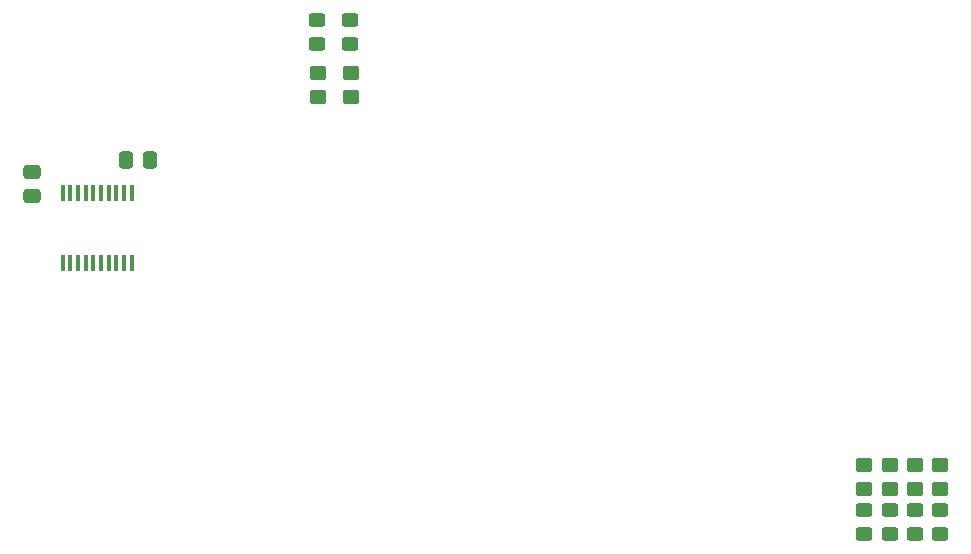
<source format=gbr>
%TF.GenerationSoftware,KiCad,Pcbnew,8.0.0*%
%TF.CreationDate,2024-03-26T17:27:08+01:00*%
%TF.ProjectId,som-exp-host,736f6d2d-6578-4702-9d68-6f73742e6b69,rev?*%
%TF.SameCoordinates,Original*%
%TF.FileFunction,Paste,Top*%
%TF.FilePolarity,Positive*%
%FSLAX46Y46*%
G04 Gerber Fmt 4.6, Leading zero omitted, Abs format (unit mm)*
G04 Created by KiCad (PCBNEW 8.0.0) date 2024-03-26 17:27:08*
%MOMM*%
%LPD*%
G01*
G04 APERTURE LIST*
G04 Aperture macros list*
%AMRoundRect*
0 Rectangle with rounded corners*
0 $1 Rounding radius*
0 $2 $3 $4 $5 $6 $7 $8 $9 X,Y pos of 4 corners*
0 Add a 4 corners polygon primitive as box body*
4,1,4,$2,$3,$4,$5,$6,$7,$8,$9,$2,$3,0*
0 Add four circle primitives for the rounded corners*
1,1,$1+$1,$2,$3*
1,1,$1+$1,$4,$5*
1,1,$1+$1,$6,$7*
1,1,$1+$1,$8,$9*
0 Add four rect primitives between the rounded corners*
20,1,$1+$1,$2,$3,$4,$5,0*
20,1,$1+$1,$4,$5,$6,$7,0*
20,1,$1+$1,$6,$7,$8,$9,0*
20,1,$1+$1,$8,$9,$2,$3,0*%
G04 Aperture macros list end*
%ADD10RoundRect,0.250000X-0.450000X0.350000X-0.450000X-0.350000X0.450000X-0.350000X0.450000X0.350000X0*%
%ADD11RoundRect,0.250000X0.450000X-0.325000X0.450000X0.325000X-0.450000X0.325000X-0.450000X-0.325000X0*%
%ADD12RoundRect,0.250000X0.475000X-0.337500X0.475000X0.337500X-0.475000X0.337500X-0.475000X-0.337500X0*%
%ADD13RoundRect,0.250000X0.450000X-0.350000X0.450000X0.350000X-0.450000X0.350000X-0.450000X-0.350000X0*%
%ADD14RoundRect,0.250000X-0.450000X0.325000X-0.450000X-0.325000X0.450000X-0.325000X0.450000X0.325000X0*%
%ADD15R,0.450000X1.475000*%
%ADD16RoundRect,0.250000X-0.337500X-0.475000X0.337500X-0.475000X0.337500X0.475000X-0.337500X0.475000X0*%
G04 APERTURE END LIST*
D10*
%TO.C,R3*%
X179900000Y-115123400D03*
X179900000Y-117123400D03*
%TD*%
D11*
%TO.C,LED6*%
X173505000Y-120955000D03*
X173505000Y-118905000D03*
%TD*%
D12*
%TO.C,C7*%
X103000000Y-92351700D03*
X103000000Y-90276700D03*
%TD*%
D11*
%TO.C,LED4*%
X177765000Y-120955000D03*
X177765000Y-118905000D03*
%TD*%
D13*
%TO.C,R1*%
X130014400Y-83919600D03*
X130014400Y-81919600D03*
%TD*%
D14*
%TO.C,LED1*%
X129969400Y-77425600D03*
X129969400Y-79475600D03*
%TD*%
D15*
%TO.C,U14*%
X111464400Y-92124000D03*
X110814400Y-92124000D03*
X110164400Y-92124000D03*
X109514400Y-92124000D03*
X108864400Y-92124000D03*
X108214400Y-92124000D03*
X107564400Y-92124000D03*
X106914400Y-92124000D03*
X106264400Y-92124000D03*
X105614400Y-92124000D03*
X105614400Y-98000000D03*
X106264400Y-98000000D03*
X106914400Y-98000000D03*
X107564400Y-98000000D03*
X108214400Y-98000000D03*
X108864400Y-98000000D03*
X109514400Y-98000000D03*
X110164400Y-98000000D03*
X110814400Y-98000000D03*
X111464400Y-98000000D03*
%TD*%
D16*
%TO.C,C6*%
X110962500Y-89314200D03*
X113037500Y-89314200D03*
%TD*%
D10*
%TO.C,R4*%
X177770000Y-115123400D03*
X177770000Y-117123400D03*
%TD*%
%TO.C,R6*%
X173510000Y-115123400D03*
X173510000Y-117123400D03*
%TD*%
D11*
%TO.C,LED3*%
X179895000Y-120955000D03*
X179895000Y-118905000D03*
%TD*%
D10*
%TO.C,R5*%
X175640000Y-115123400D03*
X175640000Y-117123400D03*
%TD*%
D13*
%TO.C,R2*%
X127242582Y-83919600D03*
X127242582Y-81919600D03*
%TD*%
D14*
%TO.C,LED2*%
X127197582Y-77425600D03*
X127197582Y-79475600D03*
%TD*%
D11*
%TO.C,LED5*%
X175635000Y-120955000D03*
X175635000Y-118905000D03*
%TD*%
M02*

</source>
